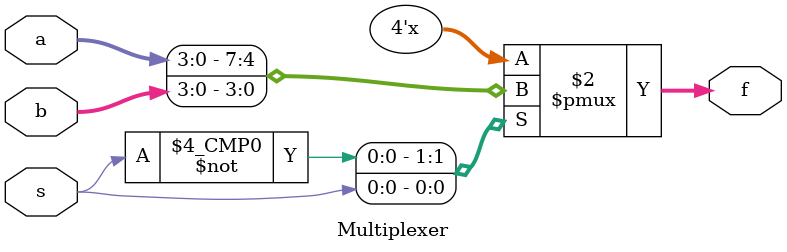
<source format=v>
module Multiplexer(a,b,s,f);
	input [3:0]a;
	input [3:0]b;
	input s;
	output reg [3:0]f;
	//Declare inputs and output.
	
	always@(a, b, s)
		case(s)
			0 : f[3:0] <= a[3:0];
			1 : f[3:0] <= b[3:0];
		endcase
	//Assign values based on the switch.
	
endmodule 
</source>
